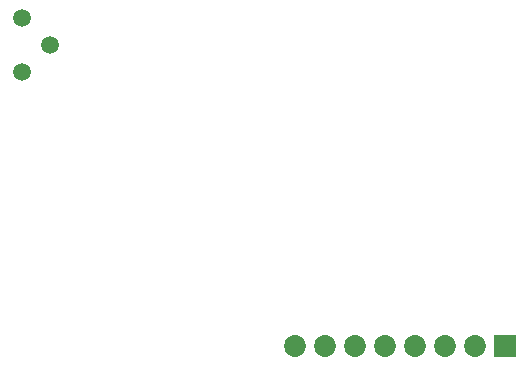
<source format=gbr>
G04 EAGLE Gerber RS-274X export*
G75*
%MOMM*%
%FSLAX34Y34*%
%LPD*%
%INSoldermask Top*%
%IPPOS*%
%AMOC8*
5,1,8,0,0,1.08239X$1,22.5*%
G01*
%ADD10R,1.854200X1.854200*%
%ADD11C,1.854200*%
%ADD12C,1.511200*%


D10*
X513900Y215100D03*
D11*
X488500Y215100D03*
X463100Y215100D03*
X437700Y215100D03*
X412300Y215100D03*
X386900Y215100D03*
X361500Y215100D03*
X336100Y215100D03*
D12*
X128580Y470600D03*
X104450Y493460D03*
X104450Y447740D03*
M02*

</source>
